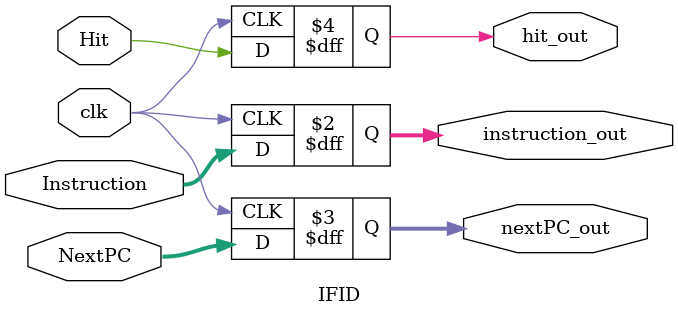
<source format=v>
`timescale 1ns / 1ps

module IFID
	(
	input clk,
	input [31:0]NextPC,
	input [31:0]Instruction,
	input Hit,
	
	output reg [31:0]instruction_out,
	output reg [31:0]nextPC_out,
	output reg hit_out
    );
	 
	 always @(negedge clk)begin
		instruction_out <= Instruction;
		hit_out <= Hit;
		nextPC_out <= NextPC;
	end


endmodule

</source>
